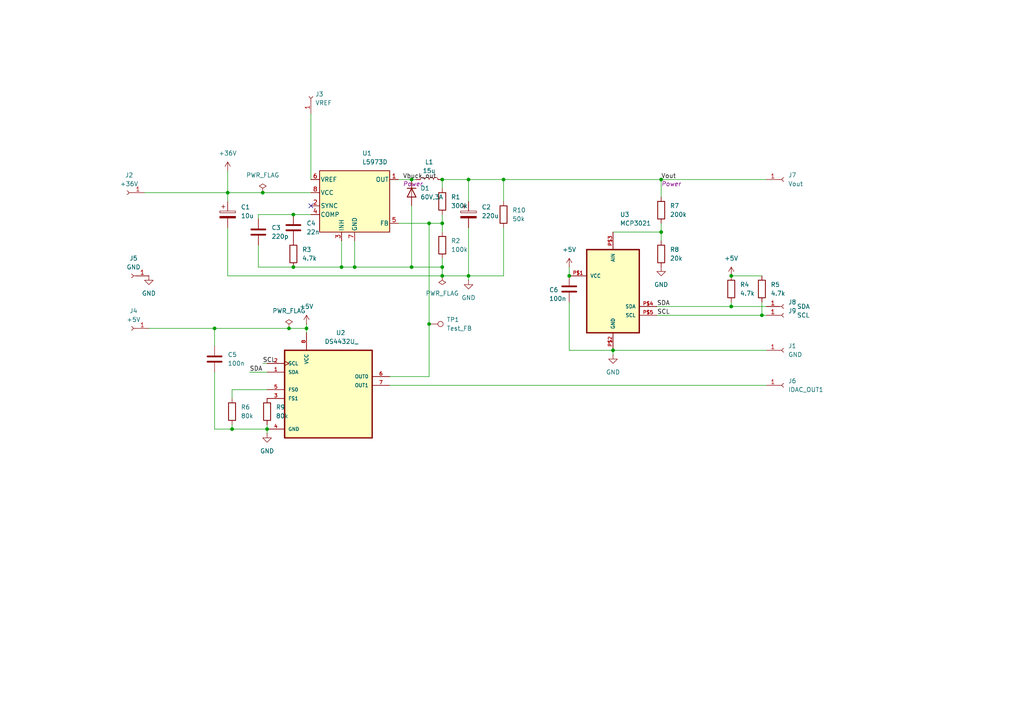
<source format=kicad_sch>
(kicad_sch (version 20231120) (generator "eeschema") (generator_version "8.0")
  (paper "A4")
  (title_block (title "SwitchRF_v1") (date "2024-10-23") (rev "0"))
  (lib_symbols
    (symbol "Connector:Conn_01x01_Socket" (pin_names (offset 1.016) hide)
      (property "Reference" "J" (at 0 2.54 0))
      (property "Value" "Conn_01x01_Socket" (at 0 -2.54 0))
      (symbol "Conn_01x01_Socket_1_1"
        (polyline (pts (xy -1.27 0) (xy -0.508 0)) (stroke (width 0.1524)))
        (arc (start 0 0.508) (mid -0.5058 0) (end 0 -0.508) (stroke (width 0.1524)))
        (pin passive line (at -5.08 0 0) (length 3.81) (name "Pin_1") (number "1"))
      )
    )
    (symbol "Connector:TestPoint" (pin_numbers hide) (pin_names (offset 0.762) hide)
      (property "Reference" "TP" (at 0 6.858 0))
      (property "Value" "TestPoint" (at 0 5.08 0))
      (symbol "TestPoint_0_1"
        (circle (center 0 3.302) (radius 0.762))
      )
      (symbol "TestPoint_1_1"
        (pin passive line (at 0 0 90) (length 2.54) (name "1") (number "1"))
      )
    )
    (symbol "Current DAC:DS4432U_" (pin_names (offset 1.016))
      (property "Reference" "U2" (at 3.556 17.78 0))
      (property "Value" "DS4432U_" (at 3.81 15.24 0))
      (symbol "DS4432U__0_0"
        (rectangle (start -12.7 12.7) (end 12.7 -12.7) (stroke (width 0.41)) (fill (type background)))
        (pin bidirectional line (at -17.78 6.35 0) (length 5.08) (name "SDA") (number "1"))
        (pin input clock (at -17.78 8.89 0) (length 5.08) (name "SCL") (number "2"))
        (pin input line (at -17.78 -1.27 0) (length 5.08) (name "FS1") (number "3"))
        (pin power_in line (at -17.78 -10.16 0) (length 5.08) (name "GND") (number "4"))
        (pin input line (at -17.78 1.27 0) (length 5.08) (name "FS0") (number "5"))
        (pin output line (at 17.78 5.08 180) (length 5.08) (name "OUT0") (number "6"))
        (pin output line (at 17.78 2.54 180) (length 5.08) (name "OUT1") (number "7"))
        (pin power_in line (at -6.35 17.78 270) (length 5.08) (name "VCC") (number "8"))
      )
    )
    (symbol "Device:C" (pin_numbers hide) (pin_names (offset 0.254))
      (property "Reference" "C" (at 0.635 2.54 0))
      (property "Value" "C" (at 0.635 -2.54 0))
      (symbol "C_0_1"
        (polyline (pts (xy -2.032 -0.762) (xy 2.032 -0.762)) (stroke (width 0.508)))
        (polyline (pts (xy -2.032 0.762) (xy 2.032 0.762)) (stroke (width 0.508)))
      )
      (symbol "C_1_1"
        (pin passive line (at 0 3.81 270) (length 2.794) (name "~") (number "1"))
        (pin passive line (at 0 -3.81 90) (length 2.794) (name "~") (number "2"))
      )
    )
    (symbol "Device:C_Polarized" (pin_numbers hide) (pin_names (offset 0.254))
      (property "Reference" "C" (at 0.635 2.54 0))
      (property "Value" "C_Polarized" (at 0.635 -2.54 0))
      (symbol "C_Polarized_0_1"
        (rectangle (start -2.286 0.508) (end 2.286 1.016))
        (polyline (pts (xy -1.778 2.286) (xy -0.762 2.286)))
        (polyline (pts (xy -1.27 2.794) (xy -1.27 1.778)))
        (rectangle (start 2.286 -0.508) (end -2.286 -1.016) (fill (type outline)))
      )
      (symbol "C_Polarized_1_1"
        (pin passive line (at 0 3.81 270) (length 2.794) (name "~") (number "1"))
        (pin passive line (at 0 -3.81 90) (length 2.794) (name "~") (number "2"))
      )
    )
    (symbol "Device:D" (pin_numbers hide) (pin_names (offset 1.016) hide)
      (property "Reference" "D" (at 0 2.54 0))
      (property "Value" "D" (at 0 -2.54 0))
      (symbol "D_0_1"
        (polyline (pts (xy -1.27 1.27) (xy -1.27 -1.27)) (stroke (width 0.254)))
        (polyline (pts (xy 1.27 0) (xy -1.27 0)))
        (polyline (pts (xy 1.27 1.27) (xy 1.27 -1.27) (xy -1.27 0) (xy 1.27 1.27)) (stroke (width 0.254)))
      )
      (symbol "D_1_1"
        (pin passive line (at -3.81 0 0) (length 2.54) (name "K") (number "1"))
        (pin passive line (at 3.81 0 180) (length 2.54) (name "A") (number "2"))
      )
    )
    (symbol "Device:L" (pin_numbers hide) (pin_names (offset 1.016) hide)
      (property "Reference" "L" (at -1.27 0 90))
      (property "Value" "L" (at 1.905 0 90))
      (symbol "L_0_1"
        (arc (start 0 -2.54) (mid 0.6323 -1.905) (end 0 -1.27))
        (arc (start 0 -1.27) (mid 0.6323 -0.635) (end 0 0))
        (arc (start 0 0) (mid 0.6323 0.635) (end 0 1.27))
        (arc (start 0 1.27) (mid 0.6323 1.905) (end 0 2.54))
      )
      (symbol "L_1_1"
        (pin passive line (at 0 3.81 270) (length 1.27) (name "1") (number "1"))
        (pin passive line (at 0 -3.81 90) (length 1.27) (name "2") (number "2"))
      )
    )
    (symbol "Device:R" (pin_numbers hide) (pin_names (offset 0))
      (property "Reference" "R" (at 2.032 0 90))
      (property "Value" "R" (at 0 0 90))
      (symbol "R_0_1"
        (rectangle (start -1.016 -2.54) (end 1.016 2.54) (stroke (width 0.254)))
      )
      (symbol "R_1_1"
        (pin passive line (at 0 3.81 270) (length 1.27) (name "~") (number "1"))
        (pin passive line (at 0 -3.81 90) (length 1.27) (name "~") (number "2"))
      )
    )
    (symbol "Regulator_Switching:L5973D" (pin_names (offset 0.254))
      (property "Reference" "U1" (at 2.1941 10.16 0))
      (property "Value" "L5973D" (at 2.1941 7.62 0))
      (symbol "L5973D_0_1"
        (rectangle (start -10.16 5.08) (end 10.16 -12.7) (stroke (width 0.254)) (fill (type background)))
      )
      (symbol "L5973D_1_1"
        (pin output line (at 12.7 2.54 180) (length 2.54) (name "OUT") (number "1"))
        (pin bidirectional line (at -12.7 -5.08 0) (length 2.54) (name "SYNC") (number "2"))
        (pin input line (at -3.81 -15.24 90) (length 2.54) (name "INH") (number "3"))
        (pin passive line (at -12.7 -7.62 0) (length 2.54) (name "COMP") (number "4"))
        (pin input line (at 12.7 -10.16 180) (length 2.54) (name "FB") (number "5"))
        (pin output line (at -12.7 2.54 0) (length 2.54) (name "VREF") (number "6"))
        (pin power_in line (at 0 -15.24 90) (length 2.54) (name "GND") (number "7"))
        (pin power_in line (at -12.7 -1.27 0) (length 2.54) (name "VCC") (number "8"))
      )
    )
    (symbol "Voltage ADC:MCP3021" (pin_names (offset 1.016))
      (property "Reference" "U3" (at 2.0194 22.86 0))
      (property "Value" "MCP3021" (at 2.0194 20.32 0))
      (symbol "MCP3021_0_0"
        (rectangle (start -7.62 12.7) (end 7.62 -11.43) (stroke (width 0.4064)) (fill (type background)))
        (pin bidirectional line (at -12.7 5.08 0) (length 5.08) (name "VCC") (number "P$1"))
        (pin bidirectional line (at 0 -16.51 90) (length 5.08) (name "GND") (number "P$2"))
        (pin bidirectional line (at 0 17.78 270) (length 5.08) (name "AIN") (number "P$3"))
        (pin bidirectional line (at 12.7 -3.81 180) (length 5.08) (name "SDA") (number "P$4"))
        (pin bidirectional line (at 12.7 -6.35 180) (length 5.08) (name "SCL") (number "P$5"))
      )
    )
    (symbol "power:+48V" (power) (pin_numbers hide) (pin_names (offset 0) hide)
      (property "Value" "+48V" (at 0 3.556 0))
      (symbol "+48V_0_1"
        (polyline (pts (xy -0.762 1.27) (xy 0 2.54)))
        (polyline (pts (xy 0 0) (xy 0 2.54)))
        (polyline (pts (xy 0 2.54) (xy 0.762 1.27)))
      )
      (symbol "+48V_1_1"
        (pin power_in line (at 0 0 90) (length 0) (name "~") (number "1"))
      )
    )
    (symbol "power:+5V" (power) (pin_numbers hide) (pin_names (offset 0) hide)
      (property "Value" "+5V" (at 0 3.556 0))
      (symbol "+5V_0_1"
        (polyline (pts (xy -0.762 1.27) (xy 0 2.54)))
        (polyline (pts (xy 0 0) (xy 0 2.54)))
        (polyline (pts (xy 0 2.54) (xy 0.762 1.27)))
      )
      (symbol "+5V_1_1"
        (pin power_in line (at 0 0 90) (length 0) (name "~") (number "1"))
      )
    )
    (symbol "power:GND" (power) (pin_numbers hide) (pin_names (offset 0) hide)
      (property "Value" "GND" (at 0 -3.81 0))
      (symbol "GND_0_1"
        (polyline (pts (xy 0 0) (xy 0 -1.27) (xy 1.27 -1.27) (xy 0 -2.54) (xy -1.27 -1.27) (xy 0 -1.27)))
      )
      (symbol "GND_1_1"
        (pin power_in line (at 0 0 270) (length 0) (name "~") (number "1"))
      )
    )
    (symbol "power:PWR_FLAG" (power) (pin_numbers hide) (pin_names (offset 0) hide)
      (property "Value" "PWR_FLAG" (at 0 3.81 0))
      (symbol "PWR_FLAG_0_0"
        (pin power_out line (at 0 0 90) (length 0) (name "~") (number "1"))
      )
      (symbol "PWR_FLAG_0_1"
        (polyline (pts (xy 0 0) (xy 0 1.27) (xy -1.016 1.905) (xy 0 2.54) (xy 1.016 1.905) (xy 0 1.27)))
      )
    )
  )
  (junction (at 119.38 52.07))
  (junction (at 191.77 52.07))
  (junction (at 124.46 93.98))
  (junction (at 67.31 124.46))
  (junction (at 124.46 64.77))
  (junction (at 88.9 95.25))
  (junction (at 85.09 62.23))
  (junction (at 220.98 91.44))
  (junction (at 128.27 77.47))
  (junction (at 212.09 88.9))
  (junction (at 128.27 80.01))
  (junction (at 128.27 52.07))
  (junction (at 66.04 55.88))
  (junction (at 165.1 80.01))
  (junction (at 146.05 52.07))
  (junction (at 128.27 64.77))
  (junction (at 77.47 124.46))
  (junction (at 83.82 95.25))
  (junction (at 102.87 77.47))
  (junction (at 135.89 52.07))
  (junction (at 177.8 101.6))
  (junction (at 191.77 67.31))
  (junction (at 135.89 80.01))
  (junction (at 62.23 95.25))
  (junction (at 212.09 80.01))
  (junction (at 119.38 77.47))
  (junction (at 99.06 77.47))
  (junction (at 76.2 55.88))
  (junction (at 85.09 77.47))
  (no_connect (at 90.17 59.69))
  (wire (pts (xy 66.04 58.42) (xy 66.04 55.88)))
  (wire (pts (xy 83.82 95.25) (xy 88.9 95.25)))
  (wire (pts (xy 190.5 91.44) (xy 220.98 91.44)))
  (wire (pts (xy 128.27 64.77) (xy 128.27 67.31)))
  (wire (pts (xy 62.23 100.33) (xy 62.23 95.25)))
  (wire (pts (xy 113.03 111.76) (xy 222.25 111.76)))
  (wire (pts (xy 66.04 80.01) (xy 128.27 80.01)))
  (wire (pts (xy 190.5 88.9) (xy 212.09 88.9)))
  (wire (pts (xy 135.89 80.01) (xy 135.89 81.28)))
  (wire (pts (xy 146.05 52.07) (xy 191.77 52.07)))
  (wire (pts (xy 43.18 95.25) (xy 62.23 95.25)))
  (wire (pts (xy 90.17 33.02) (xy 90.17 52.07)))
  (wire (pts (xy 74.93 63.5) (xy 74.93 62.23)))
  (wire (pts (xy 77.47 123.19) (xy 77.47 124.46)))
  (wire (pts (xy 177.8 101.6) (xy 177.8 102.87)))
  (wire (pts (xy 85.09 77.47) (xy 99.06 77.47)))
  (wire (pts (xy 191.77 64.77) (xy 191.77 67.31)))
  (wire (pts (xy 165.1 77.47) (xy 165.1 80.01)))
  (wire (pts (xy 62.23 124.46) (xy 67.31 124.46)))
  (wire (pts (xy 74.93 62.23) (xy 85.09 62.23)))
  (wire (pts (xy 165.1 101.6) (xy 177.8 101.6)))
  (wire (pts (xy 67.31 113.03) (xy 77.47 113.03)))
  (wire (pts (xy 146.05 66.04) (xy 146.05 80.01)))
  (wire (pts (xy 212.09 87.63) (xy 212.09 88.9)))
  (wire (pts (xy 66.04 55.88) (xy 76.2 55.88)))
  (wire (pts (xy 62.23 107.95) (xy 62.23 124.46)))
  (wire (pts (xy 77.47 124.46) (xy 77.47 125.73)))
  (wire (pts (xy 191.77 57.15) (xy 191.77 52.07)))
  (wire (pts (xy 191.77 67.31) (xy 177.8 67.31)))
  (wire (pts (xy 128.27 80.01) (xy 135.89 80.01)))
  (wire (pts (xy 177.8 101.6) (xy 222.25 101.6)))
  (wire (pts (xy 119.38 77.47) (xy 102.87 77.47)))
  (wire (pts (xy 67.31 115.57) (xy 67.31 113.03)))
  (wire (pts (xy 67.31 123.19) (xy 67.31 124.46)))
  (wire (pts (xy 76.2 55.88) (xy 90.17 55.88)))
  (wire (pts (xy 99.06 77.47) (xy 102.87 77.47)))
  (wire (pts (xy 128.27 52.07) (xy 128.27 54.61)))
  (wire (pts (xy 66.04 66.04) (xy 66.04 80.01)))
  (wire (pts (xy 191.77 52.07) (xy 222.25 52.07)))
  (wire (pts (xy 119.38 59.69) (xy 119.38 77.47)))
  (wire (pts (xy 135.89 66.04) (xy 135.89 80.01)))
  (wire (pts (xy 135.89 52.07) (xy 135.89 58.42)))
  (wire (pts (xy 128.27 52.07) (xy 135.89 52.07)))
  (wire (pts (xy 102.87 77.47) (xy 102.87 69.85)))
  (wire (pts (xy 66.04 49.53) (xy 66.04 55.88)))
  (wire (pts (xy 113.03 109.22) (xy 124.46 109.22)))
  (wire (pts (xy 220.98 91.44) (xy 222.25 91.44)))
  (wire (pts (xy 99.06 69.85) (xy 99.06 77.47)))
  (wire (pts (xy 212.09 88.9) (xy 222.25 88.9)))
  (wire (pts (xy 119.38 52.07) (xy 120.65 52.07)))
  (wire (pts (xy 165.1 87.63) (xy 165.1 101.6)))
  (wire (pts (xy 72.39 107.95) (xy 77.47 107.95)))
  (wire (pts (xy 124.46 93.98) (xy 124.46 64.77)))
  (wire (pts (xy 67.31 124.46) (xy 77.47 124.46)))
  (wire (pts (xy 85.09 62.23) (xy 90.17 62.23)))
  (wire (pts (xy 62.23 95.25) (xy 83.82 95.25)))
  (wire (pts (xy 88.9 93.98) (xy 88.9 95.25)))
  (wire (pts (xy 119.38 77.47) (xy 128.27 77.47)))
  (wire (pts (xy 128.27 62.23) (xy 128.27 64.77)))
  (wire (pts (xy 128.27 77.47) (xy 128.27 80.01)))
  (wire (pts (xy 124.46 64.77) (xy 128.27 64.77)))
  (wire (pts (xy 74.93 71.12) (xy 74.93 77.47)))
  (wire (pts (xy 212.09 80.01) (xy 220.98 80.01)))
  (wire (pts (xy 41.91 55.88) (xy 66.04 55.88)))
  (wire (pts (xy 220.98 87.63) (xy 220.98 91.44)))
  (wire (pts (xy 128.27 77.47) (xy 128.27 74.93)))
  (wire (pts (xy 74.93 77.47) (xy 85.09 77.47)))
  (wire (pts (xy 146.05 58.42) (xy 146.05 52.07)))
  (wire (pts (xy 88.9 95.25) (xy 88.9 96.52)))
  (wire (pts (xy 76.2 105.41) (xy 77.47 105.41)))
  (wire (pts (xy 124.46 109.22) (xy 124.46 93.98)))
  (wire (pts (xy 146.05 80.01) (xy 135.89 80.01)))
  (wire (pts (xy 191.77 67.31) (xy 191.77 69.85)))
  (wire (pts (xy 135.89 52.07) (xy 146.05 52.07)))
  (wire (pts (xy 115.57 64.77) (xy 124.46 64.77)))
  (wire (pts (xy 115.57 52.07) (xy 119.38 52.07)))
  (label "SDA" (at 72.39 107.95 0))
  (label "Vbuck_out" (at 116.84 52.07 0) (property "Netclass" "Power" (at 116.84 53.34 0) (effects (font (italic yes)) (justify left))))
  (label "Vout" (at 191.77 52.07 0) (property "Netclass" "Power" (at 191.77 53.34 0) (effects (font (italic yes)) (justify left))))
  (label "SCL" (at 194.31 91.44 180))
  (label "SCL" (at 76.2 105.41 0))
  (label "SDA" (at 194.31 88.9 180))
  (symbol (lib_id "Device:R") (at 128.27 71.12 0) (unit 1)
    (property "Reference" "R2" (at 130.81 69.8499 0) (effects (justify left)))
    (property "Value" "100k" (at 130.81 72.3899 0) (effects (justify left)))
    (property "Footprint" "Resistor_SMD:R_0805_2012Metric" (effects (hide yes)))
    (property "Description" "Resistor" (effects (hide yes)))
  )
  (symbol (lib_id "power:+5V") (at 165.1 77.47 0) (unit 1)
    (property "Reference" "#PWR05" (effects (hide yes)))
    (property "Value" "+5V" (at 165.1 72.39 0))
    (property "Description" "Power symbol creates a global label with name \"+5V\"" (effects (hide yes)))
  )
  (symbol (lib_id "Connector:Conn_01x01_Socket") (at 38.1 80.01 180) (unit 1)
    (property "Reference" "J5" (at 38.735 74.93 0))
    (property "Value" "GND" (at 38.735 77.47 0))
    (property "Footprint" "Connector_PinSocket_2.54mm:PinSocket_1x01_P2.54mm_Vertical" (effects (hide yes)))
    (property "Description" "Generic connector, single row, 01x01, script generated" (effects (hide yes)))
  )
  (symbol (lib_id "Device:R") (at 220.98 83.82 180) (unit 1)
    (property "Reference" "R5" (at 223.52 82.5499 0) (effects (justify right)))
    (property "Value" "4.7k" (at 223.52 85.0899 0) (effects (justify right)))
    (property "Footprint" "Resistor_SMD:R_0805_2012Metric" (effects (hide yes)))
    (property "Description" "Resistor" (effects (hide yes)))
  )
  (symbol (lib_id "Device:R") (at 191.77 60.96 0) (unit 1)
    (property "Reference" "R7" (at 194.31 59.6899 0) (effects (justify left)))
    (property "Value" "200k" (at 194.31 62.2299 0) (effects (justify left)))
    (property "Footprint" "Resistor_SMD:R_0805_2012Metric" (effects (hide yes)))
    (property "Description" "Resistor" (effects (hide yes)))
  )
  (symbol (lib_id "Connector:Conn_01x01_Socket") (at 227.33 101.6 0) (unit 1)
    (property "Reference" "J1" (at 228.6 100.3299 0) (effects (justify left)))
    (property "Value" "GND" (at 228.6 102.8699 0) (effects (justify left)))
    (property "Footprint" "Connector_PinSocket_2.54mm:PinSocket_1x01_P2.54mm_Vertical" (effects (hide yes)))
    (property "Description" "Generic connector, single row, 01x01, script generated" (effects (hide yes)))
  )
  (symbol (lib_id "Regulator_Switching:L5973D") (at 102.87 54.61 0) (unit 1)
    (property "Reference" "U1" (at 105.0641 44.45 0) (effects (justify left)))
    (property "Value" "L5973D" (at 105.0641 46.99 0) (effects (justify left)))
    (property "Footprint" "Package_SO:HSOP-8-1EP_3.9x4.9mm_P1.27mm_EP2.41x3.1mm_ThermalVias" (effects (hide yes)))
    (property "Datasheet" "http://www.st.com/resource/en/datasheet/l5973d.pdf" (effects (hide yes)))
    (property "Description" "2.5A step down switching regulator, HSOP-8" (effects (hide yes)))
  )
  (symbol (lib_id "Connector:Conn_01x01_Socket") (at 227.33 91.44 0) (unit 1)
    (property "Reference" "J9" (at 228.6 90.1699 0) (effects (justify left)))
    (property "Value" "SCL" (at 231.14 91.44 0) (effects (justify left)))
    (property "Footprint" "Connector_PinSocket_2.54mm:PinSocket_1x01_P2.54mm_Vertical" (effects (hide yes)))
    (property "Description" "Generic connector, single row, 01x01, script generated" (effects (hide yes)))
  )
  (symbol (lib_id "Device:L") (at 124.46 52.07 90) (unit 1)
    (property "Reference" "L1" (at 124.46 46.99 90))
    (property "Value" "15u" (at 124.46 49.53 90))
    (property "Footprint" "Inductor_SMD:L_Vishay_IHLP-4040" (effects (hide yes)))
    (property "Description" "Inductor" (effects (hide yes)))
  )
  (symbol (lib_id "Connector:Conn_01x01_Socket") (at 90.17 27.94 90) (unit 1)
    (property "Reference" "J3" (at 91.44 27.3049 90) (effects (justify right)))
    (property "Value" "VREF" (at 91.44 29.8449 90) (effects (justify right)))
    (property "Footprint" "Connector_PinSocket_2.54mm:PinSocket_1x01_P2.54mm_Vertical" (effects (hide yes)))
    (property "Description" "Generic connector, single row, 01x01, script generated" (effects (hide yes)))
  )
  (symbol (lib_id "power:GND") (at 77.47 125.73 0) (unit 1)
    (property "Reference" "#PWR04" (effects (hide yes)))
    (property "Value" "GND" (at 77.47 130.81 0))
    (property "Description" "Power symbol creates a global label with name \"GND\" , ground" (effects (hide yes)))
  )
  (symbol (lib_id "Current DAC:DS4432U_") (at 95.25 114.3 0) (unit 1)
    (property "Reference" "U2" (at 98.806 96.52 0))
    (property "Value" "DS4432U_" (at 99.06 99.06 0))
    (property "Footprint" "libjan:SOP65P490X110-8N" (effects (hide yes)))
    (property "MF" "Maxim Integrated" (effects (hide yes)))
    (property "DESCRIPTION" "7 Bit Digital to Analog Converter 2 8-uMAX" (effects (hide yes)))
    (property "PACKAGE" "&amp;MICRO;MAX-8 Maxim" (effects (hide yes)))
    (property "PRICE" "None" (effects (hide yes)))
    (property "MP" "DS4432U+" (effects (hide yes)))
    (property "AVAILABILITY" "Unavailable" (effects (hide yes)))
  )
  (symbol (lib_id "power:GND") (at 43.18 80.01 0) (unit 1)
    (property "Reference" "#PWR08" (effects (hide yes)))
    (property "Value" "GND" (at 43.18 85.09 0))
    (property "Description" "Power symbol creates a global label with name \"GND\" , ground" (effects (hide yes)))
  )
  (symbol (lib_id "Connector:TestPoint") (at 124.46 93.98 270) (unit 1)
    (property "Reference" "TP1" (at 129.54 92.7099 90) (effects (justify left)))
    (property "Value" "Test_FB" (at 129.54 95.2499 90) (effects (justify left)))
    (property "Footprint" "TestPoint:TestPoint_Bridge_Pitch2.54mm_Drill1.0mm" (effects (hide yes)))
    (property "Description" "test point" (effects (hide yes)))
  )
  (symbol (lib_id "power:+48V") (at 66.04 49.53 0) (unit 1)
    (property "Reference" "#PWR02" (effects (hide yes)))
    (property "Value" "+36V" (at 66.04 44.45 0))
    (property "Description" "Power symbol creates a global label with name \"+48V\"" (effects (hide yes)))
  )
  (symbol (lib_id "Device:C_Polarized") (at 135.89 62.23 0) (unit 1)
    (property "Reference" "C2" (at 139.7 60.0709 0) (effects (justify left)))
    (property "Value" "220u" (at 139.7 62.6109 0) (effects (justify left)))
    (property "Footprint" "Capacitor_SMD:CP_Elec_10x14.3" (effects (hide yes)))
    (property "Description" "Polarized capacitor" (effects (hide yes)))
  )
  (symbol (lib_id "Device:R") (at 77.47 119.38 180) (unit 1)
    (property "Reference" "R9" (at 80.01 118.1099 0) (effects (justify right)))
    (property "Value" "80k" (at 80.01 120.6499 0) (effects (justify right)))
    (property "Footprint" "Resistor_SMD:R_0805_2012Metric" (effects (hide yes)))
    (property "Description" "Resistor" (effects (hide yes)))
  )
  (symbol (lib_id "Connector:Conn_01x01_Socket") (at 227.33 111.76 0) (unit 1)
    (property "Reference" "J6" (at 228.6 110.4899 0) (effects (justify left)))
    (property "Value" "IDAC_OUT1" (at 228.6 113.0299 0) (effects (justify left)))
    (property "Footprint" "Connector_PinSocket_2.54mm:PinSocket_1x01_P2.54mm_Vertical" (effects (hide yes)))
    (property "Description" "Generic connector, single row, 01x01, script generated" (effects (hide yes)))
  )
  (symbol (lib_id "power:GND") (at 191.77 77.47 0) (unit 1)
    (property "Reference" "#PWR09" (effects (hide yes)))
    (property "Value" "GND" (at 191.77 82.55 0))
    (property "Description" "Power symbol creates a global label with name \"GND\" , ground" (effects (hide yes)))
  )
  (symbol (lib_id "Device:R") (at 191.77 73.66 0) (unit 1)
    (property "Reference" "R8" (at 194.31 72.3899 0) (effects (justify left)))
    (property "Value" "20k" (at 194.31 74.9299 0) (effects (justify left)))
    (property "Footprint" "Resistor_SMD:R_0805_2012Metric" (effects (hide yes)))
    (property "Description" "Resistor" (effects (hide yes)))
  )
  (symbol (lib_id "Device:D") (at 119.38 55.88 270) (unit 1)
    (property "Reference" "D1" (at 121.92 54.6099 90) (effects (justify left)))
    (property "Value" "60V,3A" (at 121.92 57.1499 90) (effects (justify left)))
    (property "Footprint" "Diode_SMD:D_SOD-128" (effects (hide yes)))
    (property "Description" "Diode" (effects (hide yes)))
    (property "Sim.Device" "D" (effects (hide yes)))
    (property "Sim.Pins" "1=K 2=A" (effects (hide yes)))
  )
  (symbol (lib_id "power:PWR_FLAG") (at 76.2 55.88 0) (unit 1)
    (property "Reference" "#FLG01" (effects (hide yes)))
    (property "Value" "PWR_FLAG" (at 76.2 50.8 0))
    (property "Description" "Special symbol for telling ERC where power comes from" (effects (hide yes)))
  )
  (symbol (lib_id "Device:R") (at 128.27 58.42 0) (unit 1)
    (property "Reference" "R1" (at 130.81 57.1499 0) (effects (justify left)))
    (property "Value" "300k" (at 130.81 59.6899 0) (effects (justify left)))
    (property "Footprint" "Resistor_SMD:R_0805_2012Metric" (effects (hide yes)))
    (property "Description" "Resistor" (effects (hide yes)))
  )
  (symbol (lib_id "power:GND") (at 177.8 102.87 0) (unit 1)
    (property "Reference" "#PWR06" (effects (hide yes)))
    (property "Value" "GND" (at 177.8 107.95 0))
    (property "Description" "Power symbol creates a global label with name \"GND\" , ground" (effects (hide yes)))
  )
  (symbol (lib_id "Device:C") (at 85.09 66.04 0) (unit 1)
    (property "Reference" "C4" (at 88.9 64.7699 0) (effects (justify left)))
    (property "Value" "22n" (at 88.9 67.3099 0) (effects (justify left)))
    (property "Footprint" "Capacitor_SMD:C_0805_2012Metric" (effects (hide yes)))
    (property "Description" "Unpolarized capacitor" (effects (hide yes)))
  )
  (symbol (lib_id "power:PWR_FLAG") (at 128.27 80.01 180) (unit 1)
    (property "Reference" "#FLG02" (effects (hide yes)))
    (property "Value" "PWR_FLAG" (at 128.27 85.09 0))
    (property "Description" "Special symbol for telling ERC where power comes from" (effects (hide yes)))
  )
  (symbol (lib_id "power:GND") (at 135.89 81.28 0) (unit 1)
    (property "Reference" "#PWR01" (effects (hide yes)))
    (property "Value" "GND" (at 135.89 86.36 0))
    (property "Description" "Power symbol creates a global label with name \"GND\" , ground" (effects (hide yes)))
  )
  (symbol (lib_id "Device:R") (at 67.31 119.38 180) (unit 1)
    (property "Reference" "R6" (at 69.85 118.1099 0) (effects (justify right)))
    (property "Value" "80k" (at 69.85 120.6499 0) (effects (justify right)))
    (property "Footprint" "Resistor_SMD:R_0805_2012Metric" (effects (hide yes)))
    (property "Description" "Resistor" (effects (hide yes)))
  )
  (symbol (lib_id "Connector:Conn_01x01_Socket") (at 38.1 95.25 180) (unit 1)
    (property "Reference" "J4" (at 38.735 90.17 0))
    (property "Value" "+5V" (at 38.735 92.71 0))
    (property "Footprint" "Connector_PinSocket_2.54mm:PinSocket_1x01_P2.54mm_Vertical" (effects (hide yes)))
    (property "Description" "Generic connector, single row, 01x01, script generated" (effects (hide yes)))
  )
  (symbol (lib_id "Device:C") (at 165.1 83.82 0) (unit 1)
    (property "Reference" "C6" (at 159.258 84.074 0) (effects (justify left)))
    (property "Value" "100n" (at 159.258 86.614 0) (effects (justify left)))
    (property "Footprint" "Capacitor_SMD:C_0805_2012Metric" (effects (hide yes)))
    (property "Description" "Unpolarized capacitor" (effects (hide yes)))
  )
  (symbol (lib_id "Device:C") (at 62.23 104.14 0) (unit 1)
    (property "Reference" "C5" (at 66.04 102.8699 0) (effects (justify left)))
    (property "Value" "100n" (at 66.04 105.4099 0) (effects (justify left)))
    (property "Footprint" "Capacitor_SMD:C_0805_2012Metric" (effects (hide yes)))
    (property "Description" "Unpolarized capacitor" (effects (hide yes)))
  )
  (symbol (lib_id "Connector:Conn_01x01_Socket") (at 227.33 88.9 0) (unit 1)
    (property "Reference" "J8" (at 228.6 87.6299 0) (effects (justify left)))
    (property "Value" "SDA" (at 231.14 88.9 0) (effects (justify left)))
    (property "Footprint" "Connector_PinSocket_2.54mm:PinSocket_1x01_P2.54mm_Vertical" (effects (hide yes)))
    (property "Description" "Generic connector, single row, 01x01, script generated" (effects (hide yes)))
  )
  (symbol (lib_id "power:+5V") (at 88.9 93.98 0) (unit 1)
    (property "Reference" "#PWR03" (effects (hide yes)))
    (property "Value" "+5V" (at 88.9 88.9 0))
    (property "Description" "Power symbol creates a global label with name \"+5V\"" (effects (hide yes)))
  )
  (symbol (lib_id "power:PWR_FLAG") (at 83.82 95.25 0) (unit 1)
    (property "Reference" "#FLG03" (effects (hide yes)))
    (property "Value" "PWR_FLAG" (at 83.82 90.17 0))
    (property "Description" "Special symbol for telling ERC where power comes from" (effects (hide yes)))
  )
  (symbol (lib_id "Device:C_Polarized") (at 66.04 62.23 0) (unit 1)
    (property "Reference" "C1" (at 69.85 60.0709 0) (effects (justify left)))
    (property "Value" "10u" (at 69.85 62.6109 0) (effects (justify left)))
    (property "Footprint" "Capacitor_SMD:CP_Elec_6.3x5.3" (effects (hide yes)))
    (property "Description" "Polarized capacitor" (effects (hide yes)))
  )
  (symbol (lib_id "power:+5V") (at 212.09 80.01 0) (unit 1)
    (property "Reference" "#PWR07" (effects (hide yes)))
    (property "Value" "+5V" (at 212.09 74.93 0))
    (property "Description" "Power symbol creates a global label with name \"+5V\"" (effects (hide yes)))
  )
  (symbol (lib_id "Connector:Conn_01x01_Socket") (at 36.83 55.88 180) (unit 1)
    (property "Reference" "J2" (at 37.465 50.8 0))
    (property "Value" "+36V" (at 37.465 53.34 0))
    (property "Footprint" "Connector_PinSocket_2.54mm:PinSocket_1x01_P2.54mm_Vertical" (effects (hide yes)))
    (property "Description" "Generic connector, single row, 01x01, script generated" (effects (hide yes)))
  )
  (symbol (lib_id "Connector:Conn_01x01_Socket") (at 227.33 52.07 0) (unit 1)
    (property "Reference" "J7" (at 228.6 50.7999 0) (effects (justify left)))
    (property "Value" "Vout" (at 228.6 53.3399 0) (effects (justify left)))
    (property "Footprint" "Connector_PinSocket_2.54mm:PinSocket_1x01_P2.54mm_Vertical" (effects (hide yes)))
    (property "Description" "Generic connector, single row, 01x01, script generated" (effects (hide yes)))
  )
  (symbol (lib_id "Device:R") (at 85.09 73.66 0) (unit 1)
    (property "Reference" "R3" (at 87.63 72.3899 0) (effects (justify left)))
    (property "Value" "4.7k" (at 87.63 74.9299 0) (effects (justify left)))
    (property "Footprint" "Resistor_SMD:R_0805_2012Metric" (effects (hide yes)))
    (property "Description" "Resistor" (effects (hide yes)))
  )
  (symbol (lib_id "Device:R") (at 146.05 62.23 0) (unit 1)
    (property "Reference" "R10" (at 148.59 60.9599 0) (effects (justify left)))
    (property "Value" "50k" (at 148.59 63.4999 0) (effects (justify left)))
    (property "Footprint" "Resistor_SMD:R_0805_2012Metric" (effects (hide yes)))
    (property "Description" "Resistor" (effects (hide yes)))
  )
  (symbol (lib_id "Device:C") (at 74.93 67.31 0) (unit 1)
    (property "Reference" "C3" (at 78.74 66.0399 0) (effects (justify left)))
    (property "Value" "220p" (at 78.74 68.5799 0) (effects (justify left)))
    (property "Footprint" "Capacitor_SMD:C_0805_2012Metric" (effects (hide yes)))
    (property "Description" "Unpolarized capacitor" (effects (hide yes)))
  )
  (symbol (lib_id "Voltage ADC:MCP3021") (at 177.8 85.09 0) (unit 1)
    (property "Reference" "U3" (at 179.8194 62.23 0) (effects (justify left)))
    (property "Value" "MCP3021" (at 179.8194 64.77 0) (effects (justify left)))
    (property "Footprint" "libjan:SOT-23" (effects (hide yes)))
    (property "MF" "RCA" (effects (hide yes)))
    (property "Description_1" "\n10 Bit Analog to Digital Converter 1 Input 1 SAR SOT-23-5\n" (effects (hide yes)))
    (property "Package" "SOT-753 RCA" (effects (hide yes)))
    (property "Price" "None" (effects (hide yes)))
    (property "SnapEDA_Link" "https://www.snapeda.com/parts/MCP3021/RCA/view-part/?ref=snap" (effects (hide yes)))
    (property "MP" "MCP3021" (effects (hide yes)))
    (property "Availability" "Not in stock" (effects (hide yes)))
    (property "Check_prices" "https://www.snapeda.com/parts/MCP3021/RCA/view-part/?ref=eda" (effects (hide yes)))
  )
  (symbol (lib_id "Device:R") (at 212.09 83.82 180) (unit 1)
    (property "Reference" "R4" (at 214.63 82.5499 0) (effects (justify right)))
    (property "Value" "4.7k" (at 214.63 85.0899 0) (effects (justify right)))
    (property "Footprint" "Resistor_SMD:R_0805_2012Metric" (effects (hide yes)))
    (property "Description" "Resistor" (effects (hide yes)))
  )
)
</source>
